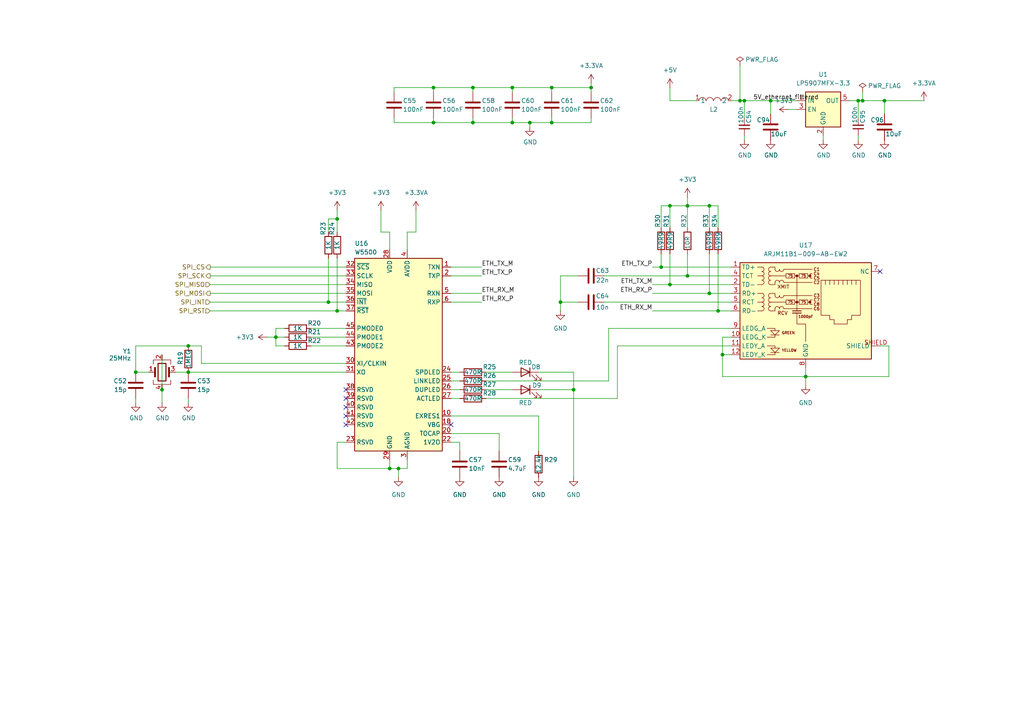
<source format=kicad_sch>
(kicad_sch (version 20250114) (generator "eeschema") (generator_version "9.0")
  (paper "A4")
  (lib_symbols
    (symbol "BigFishImports:BLM18PG121SN1D_C14709"
      (property "Reference" "L" (at 0 5.08 0))
      (property "Value" "BLM18PG121SN1D_C14709" (at 0 -5.08 0))
      (symbol "BLM18PG121SN1D_C14709_0_1"
        (arc (start -2.27 -0.02) (mid -3.28 -0.9427) (end -4.29 -0.02))
        (arc (start -0.11 -0.02) (mid -1.12 -0.9471) (end -2.13 -0.02))
        (arc (start 2.04 -0.02) (mid 1.03 -0.9471) (end 0.02 -0.02))
        (arc (start 4.23 -0.02) (mid 3.22 -0.9471) (end 2.21 -0.02))
        (pin unspecified line (at -5.08 0 0) (length 0.762) (name "1") (number "1"))
        (pin unspecified line (at 5.08 0 180) (length 0.762) (name "2") (number "2"))
      )
    )
    (symbol "Device:C" (pin_numbers (hide yes)) (pin_names (offset 0.254))
      (property "Reference" "C" (at 0.635 2.54 0))
      (property "Value" "C" (at 0.635 -2.54 0))
      (symbol "C_0_1"
        (polyline (pts (xy -2.032 0.762) (xy 2.032 0.762)) (stroke (width 0.508)))
        (polyline (pts (xy -2.032 -0.762) (xy 2.032 -0.762)) (stroke (width 0.508)))
      )
      (symbol "C_1_1"
        (pin passive line (at 0 3.81 270) (length 2.794) (name "~") (number "1"))
        (pin passive line (at 0 -3.81 90) (length 2.794) (name "~") (number "2"))
      )
    )
    (symbol "Device:C_Small" (pin_numbers (hide yes)) (pin_names (offset 0.254) (hide yes))
      (property "Reference" "C" (at 0.254 1.778 0))
      (property "Value" "C_Small" (at 0.254 -2.032 0))
      (symbol "C_Small_0_1"
        (polyline (pts (xy -1.524 0.508) (xy 1.524 0.508)) (stroke (width 0.3048)))
        (polyline (pts (xy -1.524 -0.508) (xy 1.524 -0.508)) (stroke (width 0.3302)))
      )
      (symbol "C_Small_1_1"
        (pin passive line (at 0 2.54 270) (length 2.032) (name "~") (number "1"))
        (pin passive line (at 0 -2.54 90) (length 2.032) (name "~") (number "2"))
      )
    )
    (symbol "Device:Crystal_GND24" (pin_names (offset 1.016) (hide yes))
      (property "Reference" "Y" (at 3.175 5.08 0))
      (property "Value" "Crystal_GND24" (at 3.175 3.175 0))
      (symbol "Crystal_GND24_0_1"
        (polyline (pts (xy -2.54 2.286) (xy -2.54 3.556) (xy 2.54 3.556) (xy 2.54 2.286)))
        (polyline (pts (xy -2.54 0) (xy -2.032 0)))
        (polyline (pts (xy -2.54 -2.286) (xy -2.54 -3.556) (xy 2.54 -3.556) (xy 2.54 -2.286)))
        (polyline (pts (xy -2.032 -1.27) (xy -2.032 1.27)) (stroke (width 0.508)))
        (rectangle (start -1.143 2.54) (end 1.143 -2.54) (stroke (width 0.3048)))
        (polyline (pts (xy 0 3.556) (xy 0 3.81)))
        (polyline (pts (xy 0 -3.81) (xy 0 -3.556)))
        (polyline (pts (xy 2.032 0) (xy 2.54 0)))
        (polyline (pts (xy 2.032 -1.27) (xy 2.032 1.27)) (stroke (width 0.508)))
      )
      (symbol "Crystal_GND24_1_1"
        (pin passive line (at -3.81 0 0) (length 1.27) (name "1") (number "1"))
        (pin passive line (at 0 5.08 270) (length 1.27) (name "2") (number "2"))
        (pin passive line (at 0 -5.08 90) (length 1.27) (name "4") (number "4"))
        (pin passive line (at 3.81 0 180) (length 1.27) (name "3") (number "3"))
      )
    )
    (symbol "Device:LED" (pin_numbers (hide yes)) (pin_names (offset 1.016) (hide yes))
      (property "Reference" "D" (at 0 2.54 0))
      (property "Value" "LED" (at 0 -2.54 0))
      (symbol "LED_0_1"
        (polyline (pts (xy -3.048 -0.762) (xy -4.572 -2.286) (xy -3.81 -2.286) (xy -4.572 -2.286) (xy -4.572 -1.524)))
        (polyline (pts (xy -1.778 -0.762) (xy -3.302 -2.286) (xy -2.54 -2.286) (xy -3.302 -2.286) (xy -3.302 -1.524)))
        (polyline (pts (xy -1.27 0) (xy 1.27 0)))
        (polyline (pts (xy -1.27 -1.27) (xy -1.27 1.27)) (stroke (width 0.254)))
        (polyline (pts (xy 1.27 -1.27) (xy 1.27 1.27) (xy -1.27 0) (xy 1.27 -1.27)) (stroke (width 0.254)))
      )
      (symbol "LED_1_1"
        (pin passive line (at -3.81 0 0) (length 2.54) (name "K") (number "1"))
        (pin passive line (at 3.81 0 180) (length 2.54) (name "A") (number "2"))
      )
    )
    (symbol "Device:R" (pin_numbers (hide yes)) (pin_names (offset 0))
      (property "Reference" "R" (at 2.032 0 90))
      (property "Value" "R" (at 0 0 90))
      (symbol "R_0_1"
        (rectangle (start -1.016 -2.54) (end 1.016 2.54) (stroke (width 0.254)))
      )
      (symbol "R_1_1"
        (pin passive line (at 0 3.81 270) (length 1.27) (name "~") (number "1"))
        (pin passive line (at 0 -3.81 90) (length 1.27) (name "~") (number "2"))
      )
    )
    (symbol "Interface_Ethernet:W5500"
      (property "Reference" "U" (at -11.43 29.21 0))
      (property "Value" "W5500" (at 8.89 29.21 0))
      (symbol "W5500_0_1"
        (rectangle (start -12.7 27.94) (end 12.7 -27.94) (stroke (width 0.254)) (fill (type background)))
      )
      (symbol "W5500_1_1"
        (pin input line (at -15.24 25.4 0) (length 2.54) (name "~{SCS}") (number "32"))
        (pin input line (at -15.24 22.86 0) (length 2.54) (name "SCLK") (number "33"))
        (pin output line (at -15.24 20.32 0) (length 2.54) (name "MISO") (number "34"))
        (pin input line (at -15.24 17.78 0) (length 2.54) (name "MOSI") (number "35"))
        (pin input line (at -15.24 15.24 0) (length 2.54) (name "~{INT}") (number "36"))
        (pin input line (at -15.24 12.7 0) (length 2.54) (name "~{RST}") (number "37"))
        (pin input line (at -15.24 7.62 0) (length 2.54) (name "PMODE0") (number "45"))
        (pin input line (at -15.24 5.08 0) (length 2.54) (name "PMODE1") (number "44"))
        (pin input line (at -15.24 2.54 0) (length 2.54) (name "PMODE2") (number "43"))
        (pin input line (at -15.24 -2.54 0) (length 2.54) (name "XI/CLKIN") (number "30"))
        (pin output line (at -15.24 -5.08 0) (length 2.54) (name "XO") (number "31"))
        (pin input line (at -15.24 -10.16 0) (length 2.54) (name "RSVD") (number "38"))
        (pin input line (at -15.24 -12.7 0) (length 2.54) (name "RSVD") (number "39"))
        (pin input line (at -15.24 -15.24 0) (length 2.54) (name "RSVD") (number "40"))
        (pin input line (at -15.24 -17.78 0) (length 2.54) (name "RSVD") (number "41"))
        (pin input line (at -15.24 -20.32 0) (length 2.54) (name "RSVD") (number "42"))
        (pin input line (at -15.24 -25.4 0) (length 2.54) (name "RSVD") (number "23"))
        (pin power_in line (at -2.54 30.48 270) (length 2.54) (name "VDD") (number "28"))
        (pin power_in line (at -2.54 -30.48 90) (length 2.54) (name "GND") (number "29"))
        (pin passive line (at 2.54 30.48 270) (length 2.54) (hide yes) (name "AVDD") (number "11"))
        (pin passive line (at 2.54 30.48 270) (length 2.54) (hide yes) (name "AVDD") (number "15"))
        (pin passive line (at 2.54 30.48 270) (length 2.54) (hide yes) (name "AVDD") (number "17"))
        (pin passive line (at 2.54 30.48 270) (length 2.54) (hide yes) (name "AVDD") (number "21"))
        (pin power_in line (at 2.54 30.48 270) (length 2.54) (name "AVDD") (number "4"))
        (pin passive line (at 2.54 30.48 270) (length 2.54) (hide yes) (name "AVDD") (number "8"))
        (pin passive line (at 2.54 -30.48 90) (length 2.54) (hide yes) (name "AGND") (number "14"))
        (pin passive line (at 2.54 -30.48 90) (length 2.54) (hide yes) (name "AGND") (number "16"))
        (pin passive line (at 2.54 -30.48 90) (length 2.54) (hide yes) (name "AGND") (number "19"))
        (pin power_in line (at 2.54 -30.48 90) (length 2.54) (name "AGND") (number "3"))
        (pin passive line (at 2.54 -30.48 90) (length 2.54) (hide yes) (name "AGND") (number "48"))
        (pin passive line (at 2.54 -30.48 90) (length 2.54) (hide yes) (name "AGND") (number "9"))
        (pin no_connect line (at 12.7 10.16 180) (length 2.54) (hide yes) (name "DNC") (number "7"))
        (pin no_connect line (at 12.7 7.62 180) (length 2.54) (hide yes) (name "NC") (number "12"))
        (pin no_connect line (at 12.7 5.08 180) (length 2.54) (hide yes) (name "NC") (number "13"))
        (pin no_connect line (at 12.7 2.54 180) (length 2.54) (hide yes) (name "NC") (number "46"))
        (pin no_connect line (at 12.7 0 180) (length 2.54) (hide yes) (name "NC") (number "47"))
        (pin output line (at 15.24 25.4 180) (length 2.54) (name "TXN") (number "1"))
        (pin output line (at 15.24 22.86 180) (length 2.54) (name "TXP") (number "2"))
        (pin input line (at 15.24 17.78 180) (length 2.54) (name "RXN") (number "5"))
        (pin input line (at 15.24 15.24 180) (length 2.54) (name "RXP") (number "6"))
        (pin output line (at 15.24 -5.08 180) (length 2.54) (name "SPDLED") (number "24"))
        (pin output line (at 15.24 -7.62 180) (length 2.54) (name "LINKLED") (number "25"))
        (pin output line (at 15.24 -10.16 180) (length 2.54) (name "DUPLED") (number "26"))
        (pin output line (at 15.24 -12.7 180) (length 2.54) (name "ACTLED") (number "27"))
        (pin passive line (at 15.24 -17.78 180) (length 2.54) (name "EXRES1") (number "10"))
        (pin passive line (at 15.24 -20.32 180) (length 2.54) (name "VBG") (number "18"))
        (pin passive line (at 15.24 -22.86 180) (length 2.54) (name "TOCAP") (number "20"))
        (pin output line (at 15.24 -25.4 180) (length 2.54) (name "1V2O") (number "22"))
      )
    )
    (symbol "MyConnectors:ARJM11B1-009-AB-EW2"
      (property "Reference" "U" (at -2.54 1.27 0))
      (property "Value" "ARJM11B1-009-AB-EW2" (at -2.54 1.27 0))
      (symbol "ARJM11B1-009-AB-EW2_0_0"
        (polyline (pts (xy 7.874 -19.05) (xy 10.16 -19.05) (xy 10.16 -19.685)))
        (polyline (pts (xy 7.874 -24.13) (xy 10.16 -24.13) (xy 10.16 -24.765)))
        (polyline (pts (xy 7.874 -26.67) (xy 10.16 -26.67) (xy 10.16 -26.035)))
        (polyline (pts (xy 8.89 -19.685) (xy 11.43 -19.685) (xy 10.16 -20.955) (xy 8.89 -19.685)))
        (polyline (pts (xy 10.16 -20.955) (xy 10.16 -21.59) (xy 7.874 -21.59)))
        (polyline (pts (xy 11.43 -20.955) (xy 8.89 -20.955)))
        (polyline (pts (xy 11.43 -24.765) (xy 8.89 -24.765) (xy 10.16 -26.035) (xy 11.43 -24.765)))
        (polyline (pts (xy 11.43 -26.035) (xy 8.89 -26.035)))
        (polyline (pts (xy 16.51 -3.81) (xy 16.51 -13.97)))
        (circle (center 16.51 -3.81) (radius 0.254) (stroke (width 0.254)) (fill (type outline)))
        (circle (center 16.51 -11.43) (radius 0.254) (stroke (width 0.254)) (fill (type outline)))
        (polyline (pts (xy 16.51 -14.605) (xy 16.51 -17.78) (xy 19.05 -17.78) (xy 19.05 -22.86)))
        (polyline (pts (xy 17.78 -13.97) (xy 15.24 -13.97)) (stroke (width 0.254)))
        (polyline (pts (xy 17.78 -14.605) (xy 15.24 -14.605)) (stroke (width 0.254)))
        (polyline (pts (xy 20.32 -3.81) (xy 19.685 -3.81)))
        (circle (center 20.32 -3.81) (radius 0.254) (stroke (width 0.254)) (fill (type outline)))
        (polyline (pts (xy 20.32 -11.43) (xy 19.685 -11.43)))
        (circle (center 20.32 -11.43) (radius 0.254) (stroke (width 0.254)) (fill (type outline)))
        (polyline (pts (xy 20.955 -3.175) (xy 20.32 -3.175) (xy 20.32 -4.445) (xy 20.955 -4.445)))
        (polyline (pts (xy 20.955 -10.795) (xy 20.32 -10.795) (xy 20.32 -12.065) (xy 20.955 -12.065)))
        (text "XMIT" (at 10.795 -6.985 0) (effects (font (size 1.016 1.016)) (justify left)))
        (text "RCV" (at 10.795 -14.605 0) (effects (font (size 1.016 1.016)) (justify left)))
        (text "GREEN" (at 12.065 -20.32 0) (effects (font (size 0.762 0.762)) (justify left)))
        (text "YELLOW" (at 12.065 -25.4 0) (effects (font (size 0.762 0.762)) (justify left)))
        (text "75" (at 14.605 -3.81 0) (effects (font (size 0.762 0.762))))
        (text "75" (at 14.605 -11.43 0) (effects (font (size 0.762 0.762))))
        (text "75" (at 18.415 -3.81 0) (effects (font (size 0.762 0.762))))
        (text "75" (at 18.415 -11.43 0) (effects (font (size 0.762 0.762))))
        (text "1000pF" (at 19.05 -15.621 0) (effects (font (size 0.762 0.762))))
        (text "C1" (at 22.225 -1.905 0) (effects (font (size 0.889 0.889))))
        (text "C4" (at 22.225 -3.175 0) (effects (font (size 0.889 0.889))))
        (text "C5" (at 22.225 -4.445 0) (effects (font (size 0.889 0.889))))
        (text "C2" (at 22.225 -5.715 0) (effects (font (size 0.889 0.889))))
        (text "C3" (at 22.225 -9.525 0) (effects (font (size 0.889 0.889))))
        (text "C7" (at 22.225 -10.795 0) (effects (font (size 0.889 0.889))))
        (text "C8" (at 22.225 -12.065 0) (effects (font (size 0.889 0.889))))
        (text "C6" (at 22.225 -13.335 0) (effects (font (size 0.889 0.889))))
      )
      (symbol "ARJM11B1-009-AB-EW2_0_1"
        (rectangle (start 0 -27.94) (end 38.1 0) (stroke (width 0.254)) (fill (type background)))
        (arc (start 6.35 -1.27) (mid 6.982 -1.905) (end 6.35 -2.54))
        (arc (start 6.35 -2.54) (mid 6.982 -3.175) (end 6.35 -3.81))
        (arc (start 6.35 -3.81) (mid 6.982 -4.445) (end 6.35 -5.08))
        (arc (start 6.35 -5.08) (mid 6.982 -5.715) (end 6.35 -6.35))
        (arc (start 6.35 -8.89) (mid 6.982 -9.525) (end 6.35 -10.16))
        (arc (start 6.35 -10.16) (mid 6.982 -10.795) (end 6.35 -11.43))
        (arc (start 6.35 -11.43) (mid 6.982 -12.065) (end 6.35 -12.7))
        (arc (start 6.35 -12.7) (mid 6.982 -13.335) (end 6.35 -13.97))
        (polyline (pts (xy 6.35 -1.27) (xy 5.08 -1.27)))
        (polyline (pts (xy 6.35 -3.81) (xy 5.08 -3.81)))
        (polyline (pts (xy 6.35 -6.35) (xy 5.08 -6.35)))
        (polyline (pts (xy 6.35 -8.89) (xy 5.08 -8.89)))
        (polyline (pts (xy 6.35 -11.43) (xy 5.08 -11.43)))
        (polyline (pts (xy 6.35 -13.97) (xy 5.08 -13.97)))
        (polyline (pts (xy 8.89 -1.27) (xy 10.16 -1.27) (xy 10.16 -1.905)))
        (polyline (pts (xy 8.89 -8.89) (xy 10.16 -8.89) (xy 10.16 -9.525)))
        (arc (start 8.89 -2.54) (mid 8.258 -1.905) (end 8.89 -1.27))
        (arc (start 8.89 -3.81) (mid 8.258 -3.175) (end 8.89 -2.54))
        (arc (start 8.89 -5.08) (mid 8.258 -4.445) (end 8.89 -3.81))
        (arc (start 8.89 -6.35) (mid 8.258 -5.715) (end 8.89 -5.08))
        (arc (start 8.89 -10.16) (mid 8.258 -9.525) (end 8.89 -8.89))
        (arc (start 8.89 -11.43) (mid 8.258 -10.795) (end 8.89 -10.16))
        (arc (start 8.89 -12.7) (mid 8.258 -12.065) (end 8.89 -11.43))
        (arc (start 8.89 -13.97) (mid 8.258 -13.335) (end 8.89 -12.7))
        (polyline (pts (xy 10.16 -5.715) (xy 10.16 -6.35) (xy 8.89 -6.35)))
        (polyline (pts (xy 10.16 -13.335) (xy 10.16 -13.97) (xy 8.89 -13.97)))
        (arc (start 11.43 -1.905) (mid 10.795 -2.5373) (end 10.16 -1.905))
        (arc (start 10.16 -5.715) (mid 10.795 -5.0827) (end 11.43 -5.715))
        (arc (start 11.43 -9.525) (mid 10.795 -10.1573) (end 10.16 -9.525))
        (arc (start 10.16 -13.335) (mid 10.795 -12.7027) (end 11.43 -13.335))
        (arc (start 12.7 -1.905) (mid 12.065 -2.5373) (end 11.43 -1.905))
        (arc (start 11.43 -5.715) (mid 12.065 -5.0827) (end 12.7 -5.715))
        (arc (start 12.7 -9.525) (mid 12.065 -10.1573) (end 11.43 -9.525))
        (arc (start 11.43 -13.335) (mid 12.065 -12.7027) (end 12.7 -13.335))
        (polyline (pts (xy 12.7 -1.905) (xy 20.955 -1.905)))
        (polyline (pts (xy 12.7 -5.715) (xy 20.955 -5.715)))
        (polyline (pts (xy 12.7 -9.525) (xy 20.955 -9.525)))
        (polyline (pts (xy 12.7 -13.335) (xy 20.955 -13.335)))
        (rectangle (start 13.335 -3.175) (end 15.875 -4.445))
        (polyline (pts (xy 13.335 -3.81) (xy 8.89 -3.81)))
        (rectangle (start 13.335 -10.795) (end 15.875 -12.065))
        (polyline (pts (xy 13.335 -11.43) (xy 8.89 -11.43)))
        (polyline (pts (xy 15.875 -3.81) (xy 17.145 -3.81)))
        (polyline (pts (xy 15.875 -11.43) (xy 17.145 -11.43)))
        (rectangle (start 17.145 -3.175) (end 19.685 -4.445))
        (rectangle (start 17.145 -10.795) (end 19.685 -12.065))
        (polyline (pts (xy 23.495 -5.08) (xy 34.925 -5.08) (xy 34.925 -15.24) (xy 32.385 -15.24) (xy 32.385 -16.51) (xy 31.115 -16.51) (xy 31.115 -17.78) (xy 27.305 -17.78) (xy 27.305 -16.51) (xy 26.035 -16.51) (xy 26.035 -15.24) (xy 23.495 -15.24) (xy 23.495 -5.08)))
        (polyline (pts (xy 24.765 -6.35) (xy 24.765 -5.08)))
        (polyline (pts (xy 26.035 -5.08) (xy 26.035 -6.35)))
        (polyline (pts (xy 27.305 -5.08) (xy 27.305 -6.35)))
        (polyline (pts (xy 28.575 -5.08) (xy 28.575 -6.35)))
        (polyline (pts (xy 29.845 -5.08) (xy 29.845 -6.35)))
        (polyline (pts (xy 31.115 -5.08) (xy 31.115 -6.35)))
        (polyline (pts (xy 32.385 -6.35) (xy 32.385 -5.08)))
        (polyline (pts (xy 33.655 -6.35) (xy 33.655 -5.08)))
      )
      (symbol "ARJM11B1-009-AB-EW2_1_1"
        (pin input line (at -2.54 -1.27 0) (length 2.54) (name "TD+") (number "1"))
        (pin input line (at -2.54 -3.81 0) (length 2.54) (name "TCT") (number "4"))
        (pin input line (at -2.54 -6.35 0) (length 2.54) (name "TD-") (number "2"))
        (pin input line (at -2.54 -8.89 0) (length 2.54) (name "RD+") (number "3"))
        (pin input line (at -2.54 -11.43 0) (length 2.54) (name "RCT") (number "5"))
        (pin input line (at -2.54 -13.97 0) (length 2.54) (name "RD-") (number "6"))
        (pin input line (at -2.54 -19.05 0) (length 2.54) (name "LEDG_A") (number "9"))
        (pin input line (at -2.54 -21.59 0) (length 2.54) (name "LEDG_K") (number "10"))
        (pin input line (at -2.54 -24.13 0) (length 2.54) (name "LEDY_A") (number "11"))
        (pin input line (at -2.54 -26.67 0) (length 2.54) (name "LEDY_K") (number "12"))
        (pin input line (at 19.05 -30.48 90) (length 2.54) (name "GND") (number "8"))
        (pin no_connect line (at 24.13 -19.05 0) (length 0) (hide yes) (name "NC") (number "7"))
        (pin input line (at 40.64 -2.54 180) (length 2.54) (name "NC") (number "7"))
        (pin input line (at 40.64 -24.13 180) (length 2.54) (name "SHIELD") (number "SHIELD"))
      )
    )
    (symbol "Regulator_Linear:LP5907MFX-3.3"
      (property "Reference" "U" (at -3.81 6.35 0))
      (property "Value" "LP5907MFX-3.3" (at 6.35 6.35 0))
      (symbol "LP5907MFX-3.3_0_1"
        (rectangle (start -5.08 -5.08) (end 5.08 5.08) (stroke (width 0.254)) (fill (type background)))
        (pin power_in line (at -7.62 2.54 0) (length 2.54) (name "IN") (number "1"))
        (pin input line (at -7.62 0 0) (length 2.54) (name "EN") (number "3"))
        (pin power_in line (at 0 -7.62 90) (length 2.54) (name "GND") (number "2"))
        (pin no_connect line (at 5.08 0 180) (length 2.54) (hide yes) (name "NC") (number "4"))
        (pin power_out line (at 7.62 2.54 180) (length 2.54) (name "OUT") (number "5"))
      )
    )
    (symbol "power:+3.3VA" (power) (pin_numbers (hide yes)) (pin_names (offset 0) (hide yes))
      (property "Value" "+3.3VA" (at 0 3.556 0))
      (symbol "+3.3VA_0_1"
        (polyline (pts (xy -0.762 1.27) (xy 0 2.54)))
        (polyline (pts (xy 0 2.54) (xy 0.762 1.27)))
        (polyline (pts (xy 0 0) (xy 0 2.54)))
      )
      (symbol "+3.3VA_1_1"
        (pin power_in line (at 0 0 90) (length 0) (name "~") (number "1"))
      )
    )
    (symbol "power:+3V3" (power) (pin_numbers (hide yes)) (pin_names (offset 0) (hide yes))
      (property "Value" "+3V3" (at 0 3.556 0))
      (symbol "+3V3_0_1"
        (polyline (pts (xy -0.762 1.27) (xy 0 2.54)))
        (polyline (pts (xy 0 2.54) (xy 0.762 1.27)))
        (polyline (pts (xy 0 0) (xy 0 2.54)))
      )
      (symbol "+3V3_1_1"
        (pin power_in line (at 0 0 90) (length 0) (name "~") (number "1"))
      )
    )
    (symbol "power:+5V" (power) (pin_numbers (hide yes)) (pin_names (offset 0) (hide yes))
      (property "Value" "+5V" (at 0 3.556 0))
      (symbol "+5V_0_1"
        (polyline (pts (xy -0.762 1.27) (xy 0 2.54)))
        (polyline (pts (xy 0 2.54) (xy 0.762 1.27)))
        (polyline (pts (xy 0 0) (xy 0 2.54)))
      )
      (symbol "+5V_1_1"
        (pin power_in line (at 0 0 90) (length 0) (name "~") (number "1"))
      )
    )
    (symbol "power:GND" (power) (pin_numbers (hide yes)) (pin_names (offset 0) (hide yes))
      (property "Value" "GND" (at 0 -3.81 0))
      (symbol "GND_0_1"
        (polyline (pts (xy 0 0) (xy 0 -1.27) (xy 1.27 -1.27) (xy 0 -2.54) (xy -1.27 -1.27) (xy 0 -1.27)))
      )
      (symbol "GND_1_1"
        (pin power_in line (at 0 0 270) (length 0) (name "~") (number "1"))
      )
    )
    (symbol "power:PWR_FLAG" (power) (pin_numbers (hide yes)) (pin_names (offset 0) (hide yes))
      (property "Value" "PWR_FLAG" (at 0 3.81 0))
      (symbol "PWR_FLAG_0_0"
        (pin power_out line (at 0 0 90) (length 0) (name "pwr") (number "1"))
      )
      (symbol "PWR_FLAG_0_1"
        (polyline (pts (xy 0 0) (xy 0 1.27) (xy -1.016 1.905) (xy 0 2.54) (xy 1.016 1.905) (xy 0 1.27)))
      )
    )
  )
  (junction (at 194.31 59.69))
  (junction (at 115.57 135.89))
  (junction (at 223.52 29.21))
  (junction (at 166.37 113.03))
  (junction (at 39.37 107.95))
  (junction (at 148.59 25.4))
  (junction (at 194.31 82.55))
  (junction (at 233.68 109.22))
  (junction (at 199.39 59.69))
  (junction (at 125.73 25.4))
  (junction (at 171.45 25.4))
  (junction (at 250.19 29.21))
  (junction (at 162.56 87.63))
  (junction (at 97.79 90.17))
  (junction (at 125.73 35.56))
  (junction (at 205.74 85.09))
  (junction (at 113.03 135.89))
  (junction (at 215.9 29.21))
  (junction (at 80.01 97.79))
  (junction (at 137.16 25.4))
  (junction (at 199.39 80.01))
  (junction (at 160.02 35.56))
  (junction (at 148.59 35.56))
  (junction (at 160.02 25.4))
  (junction (at 205.74 59.69))
  (junction (at 97.79 63.5))
  (junction (at 256.54 29.21))
  (junction (at 46.99 113.03))
  (junction (at 214.63 29.21))
  (junction (at 137.16 35.56))
  (junction (at 153.67 35.56))
  (junction (at 95.25 87.63))
  (junction (at 248.92 29.21))
  (junction (at 209.55 102.87))
  (junction (at 191.77 77.47))
  (junction (at 54.61 107.95))
  (junction (at 208.28 90.17))
  (junction (at 54.61 100.33))
  (no_connect (at 100.33 123.19))
  (no_connect (at 100.33 113.03))
  (no_connect (at 100.33 120.65))
  (no_connect (at 255.27 78.74))
  (no_connect (at 100.33 118.11))
  (no_connect (at 100.33 115.57))
  (no_connect (at 130.81 123.19))
  (wire (pts (xy 228.6 31.75) (xy 231.14 31.75)))
  (wire (pts (xy 118.11 133.35) (xy 118.11 135.89)))
  (wire (pts (xy 162.56 87.63) (xy 167.64 87.63)))
  (wire (pts (xy 60.96 80.01) (xy 100.33 80.01)))
  (wire (pts (xy 97.79 63.5) (xy 97.79 67.31)))
  (wire (pts (xy 238.76 40.64) (xy 238.76 39.37)))
  (wire (pts (xy 214.63 19.05) (xy 214.63 29.21)))
  (wire (pts (xy 115.57 135.89) (xy 115.57 138.43)))
  (wire (pts (xy 137.16 25.4) (xy 137.16 26.67)))
  (wire (pts (xy 95.25 74.93) (xy 95.25 87.63)))
  (wire (pts (xy 212.09 102.87) (xy 209.55 102.87)))
  (wire (pts (xy 194.31 59.69) (xy 194.31 66.04)))
  (wire (pts (xy 156.21 120.65) (xy 156.21 130.81)))
  (wire (pts (xy 137.16 35.56) (xy 148.59 35.56)))
  (wire (pts (xy 60.96 85.09) (xy 100.33 85.09)))
  (wire (pts (xy 199.39 80.01) (xy 199.39 73.66)))
  (wire (pts (xy 140.97 107.95) (xy 148.59 107.95)))
  (wire (pts (xy 153.67 35.56) (xy 153.67 36.83)))
  (wire (pts (xy 208.28 59.69) (xy 208.28 66.04)))
  (wire (pts (xy 114.3 35.56) (xy 125.73 35.56)))
  (wire (pts (xy 256.54 29.21) (xy 267.97 29.21)))
  (wire (pts (xy 194.31 73.66) (xy 194.31 82.55)))
  (wire (pts (xy 191.77 73.66) (xy 191.77 77.47)))
  (wire (pts (xy 46.99 102.87) (xy 46.99 113.03)))
  (wire (pts (xy 148.59 25.4) (xy 148.59 26.67)))
  (wire (pts (xy 144.78 125.73) (xy 130.81 125.73)))
  (wire (pts (xy 90.17 100.33) (xy 100.33 100.33)))
  (wire (pts (xy 125.73 25.4) (xy 125.73 26.67)))
  (wire (pts (xy 255.27 100.33) (xy 257.81 100.33)))
  (wire (pts (xy 97.79 135.89) (xy 113.03 135.89)))
  (wire (pts (xy 97.79 74.93) (xy 97.79 90.17)))
  (wire (pts (xy 82.55 95.25) (xy 80.01 95.25)))
  (wire (pts (xy 148.59 25.4) (xy 160.02 25.4)))
  (wire (pts (xy 120.65 67.31) (xy 118.11 67.31)))
  (wire (pts (xy 189.23 85.09) (xy 205.74 85.09)))
  (wire (pts (xy 160.02 34.29) (xy 160.02 35.56)))
  (wire (pts (xy 215.9 39.37) (xy 215.9 40.64)))
  (wire (pts (xy 162.56 80.01) (xy 162.56 87.63)))
  (wire (pts (xy 160.02 25.4) (xy 160.02 26.67)))
  (wire (pts (xy 208.28 90.17) (xy 212.09 90.17)))
  (wire (pts (xy 97.79 128.27) (xy 97.79 135.89)))
  (wire (pts (xy 250.19 26.67) (xy 250.19 29.21)))
  (wire (pts (xy 166.37 113.03) (xy 156.21 113.03)))
  (wire (pts (xy 90.17 95.25) (xy 100.33 95.25)))
  (wire (pts (xy 194.31 29.21) (xy 201.93 29.21)))
  (wire (pts (xy 248.92 29.21) (xy 250.19 29.21)))
  (wire (pts (xy 212.09 80.01) (xy 199.39 80.01)))
  (wire (pts (xy 60.96 82.55) (xy 100.33 82.55)))
  (wire (pts (xy 199.39 57.15) (xy 199.39 59.69)))
  (wire (pts (xy 97.79 60.96) (xy 97.79 63.5)))
  (wire (pts (xy 194.31 59.69) (xy 199.39 59.69)))
  (wire (pts (xy 189.23 90.17) (xy 208.28 90.17)))
  (wire (pts (xy 113.03 67.31) (xy 113.03 72.39)))
  (wire (pts (xy 125.73 34.29) (xy 125.73 35.56)))
  (wire (pts (xy 248.92 39.37) (xy 248.92 40.64)))
  (wire (pts (xy 209.55 102.87) (xy 209.55 109.22)))
  (wire (pts (xy 171.45 24.13) (xy 171.45 25.4)))
  (wire (pts (xy 189.23 77.47) (xy 191.77 77.47)))
  (wire (pts (xy 191.77 59.69) (xy 191.77 66.04)))
  (wire (pts (xy 95.25 63.5) (xy 97.79 63.5)))
  (wire (pts (xy 214.63 29.21) (xy 215.9 29.21)))
  (wire (pts (xy 194.31 82.55) (xy 212.09 82.55)))
  (wire (pts (xy 90.17 97.79) (xy 100.33 97.79)))
  (wire (pts (xy 80.01 95.25) (xy 80.01 97.79)))
  (wire (pts (xy 162.56 90.17) (xy 162.56 87.63)))
  (wire (pts (xy 133.35 128.27) (xy 133.35 130.81)))
  (wire (pts (xy 82.55 100.33) (xy 80.01 100.33)))
  (wire (pts (xy 148.59 34.29) (xy 148.59 35.56)))
  (wire (pts (xy 39.37 100.33) (xy 39.37 107.95)))
  (wire (pts (xy 257.81 100.33) (xy 257.81 109.22)))
  (wire (pts (xy 166.37 113.03) (xy 166.37 138.43)))
  (wire (pts (xy 58.42 105.41) (xy 58.42 100.33)))
  (wire (pts (xy 39.37 116.84) (xy 39.37 115.57)))
  (wire (pts (xy 223.52 33.02) (xy 223.52 29.21)))
  (wire (pts (xy 160.02 25.4) (xy 171.45 25.4)))
  (wire (pts (xy 137.16 34.29) (xy 137.16 35.56)))
  (wire (pts (xy 257.81 109.22) (xy 233.68 109.22)))
  (wire (pts (xy 39.37 107.95) (xy 43.18 107.95)))
  (wire (pts (xy 133.35 115.57) (xy 130.81 115.57)))
  (wire (pts (xy 77.47 97.79) (xy 80.01 97.79)))
  (wire (pts (xy 156.21 107.95) (xy 166.37 107.95)))
  (wire (pts (xy 215.9 29.21) (xy 223.52 29.21)))
  (wire (pts (xy 110.49 60.96) (xy 110.49 67.31)))
  (wire (pts (xy 223.52 29.21) (xy 231.14 29.21)))
  (wire (pts (xy 60.96 77.47) (xy 100.33 77.47)))
  (wire (pts (xy 95.25 87.63) (xy 100.33 87.63)))
  (wire (pts (xy 50.8 107.95) (xy 54.61 107.95)))
  (wire (pts (xy 212.09 29.21) (xy 214.63 29.21)))
  (wire (pts (xy 176.53 95.25) (xy 212.09 95.25)))
  (wire (pts (xy 133.35 113.03) (xy 130.81 113.03)))
  (wire (pts (xy 248.92 34.29) (xy 248.92 29.21)))
  (wire (pts (xy 133.35 110.49) (xy 130.81 110.49)))
  (wire (pts (xy 191.77 77.47) (xy 212.09 77.47)))
  (wire (pts (xy 179.07 100.33) (xy 212.09 100.33)))
  (wire (pts (xy 175.26 87.63) (xy 212.09 87.63)))
  (wire (pts (xy 175.26 80.01) (xy 199.39 80.01)))
  (wire (pts (xy 140.97 110.49) (xy 176.53 110.49)))
  (wire (pts (xy 166.37 107.95) (xy 166.37 113.03)))
  (wire (pts (xy 97.79 90.17) (xy 100.33 90.17)))
  (wire (pts (xy 205.74 59.69) (xy 199.39 59.69)))
  (wire (pts (xy 194.31 25.4) (xy 194.31 29.21)))
  (wire (pts (xy 113.03 133.35) (xy 113.03 135.89)))
  (wire (pts (xy 125.73 35.56) (xy 137.16 35.56)))
  (wire (pts (xy 54.61 100.33) (xy 39.37 100.33)))
  (wire (pts (xy 130.81 80.01) (xy 139.7 80.01)))
  (wire (pts (xy 114.3 34.29) (xy 114.3 35.56)))
  (wire (pts (xy 191.77 59.69) (xy 194.31 59.69)))
  (wire (pts (xy 167.64 80.01) (xy 162.56 80.01)))
  (wire (pts (xy 113.03 135.89) (xy 115.57 135.89)))
  (wire (pts (xy 205.74 85.09) (xy 212.09 85.09)))
  (wire (pts (xy 140.97 113.03) (xy 148.59 113.03)))
  (wire (pts (xy 208.28 59.69) (xy 205.74 59.69)))
  (wire (pts (xy 95.25 67.31) (xy 95.25 63.5)))
  (wire (pts (xy 114.3 26.67) (xy 114.3 25.4)))
  (wire (pts (xy 256.54 33.02) (xy 256.54 29.21)))
  (wire (pts (xy 171.45 34.29) (xy 171.45 35.56)))
  (wire (pts (xy 179.07 115.57) (xy 179.07 100.33)))
  (wire (pts (xy 215.9 34.29) (xy 215.9 29.21)))
  (wire (pts (xy 144.78 130.81) (xy 144.78 125.73)))
  (wire (pts (xy 130.81 85.09) (xy 139.7 85.09)))
  (wire (pts (xy 176.53 110.49) (xy 176.53 95.25)))
  (wire (pts (xy 110.49 67.31) (xy 113.03 67.31)))
  (wire (pts (xy 118.11 135.89) (xy 115.57 135.89)))
  (wire (pts (xy 208.28 73.66) (xy 208.28 90.17)))
  (wire (pts (xy 114.3 25.4) (xy 125.73 25.4)))
  (wire (pts (xy 54.61 116.84) (xy 54.61 115.57)))
  (wire (pts (xy 120.65 60.96) (xy 120.65 67.31)))
  (wire (pts (xy 54.61 107.95) (xy 100.33 107.95)))
  (wire (pts (xy 58.42 105.41) (xy 100.33 105.41)))
  (wire (pts (xy 60.96 90.17) (xy 97.79 90.17)))
  (wire (pts (xy 58.42 100.33) (xy 54.61 100.33)))
  (wire (pts (xy 233.68 109.22) (xy 233.68 106.68)))
  (wire (pts (xy 133.35 107.95) (xy 130.81 107.95)))
  (wire (pts (xy 205.74 73.66) (xy 205.74 85.09)))
  (wire (pts (xy 80.01 97.79) (xy 82.55 97.79)))
  (wire (pts (xy 148.59 35.56) (xy 153.67 35.56)))
  (wire (pts (xy 125.73 25.4) (xy 137.16 25.4)))
  (wire (pts (xy 209.55 109.22) (xy 233.68 109.22)))
  (wire (pts (xy 60.96 87.63) (xy 95.25 87.63)))
  (wire (pts (xy 130.81 128.27) (xy 133.35 128.27)))
  (wire (pts (xy 250.19 29.21) (xy 256.54 29.21)))
  (wire (pts (xy 130.81 87.63) (xy 139.7 87.63)))
  (wire (pts (xy 199.39 59.69) (xy 199.39 66.04)))
  (wire (pts (xy 46.99 113.03) (xy 46.99 116.84)))
  (wire (pts (xy 205.74 59.69) (xy 205.74 66.04)))
  (wire (pts (xy 212.09 97.79) (xy 209.55 97.79)))
  (wire (pts (xy 160.02 35.56) (xy 171.45 35.56)))
  (wire (pts (xy 246.38 29.21) (xy 248.92 29.21)))
  (wire (pts (xy 130.81 120.65) (xy 156.21 120.65)))
  (wire (pts (xy 118.11 67.31) (xy 118.11 72.39)))
  (wire (pts (xy 100.33 128.27) (xy 97.79 128.27)))
  (wire (pts (xy 171.45 25.4) (xy 171.45 26.67)))
  (wire (pts (xy 233.68 111.76) (xy 233.68 109.22)))
  (wire (pts (xy 80.01 100.33) (xy 80.01 97.79)))
  (wire (pts (xy 153.67 35.56) (xy 160.02 35.56)))
  (wire (pts (xy 140.97 115.57) (xy 179.07 115.57)))
  (wire (pts (xy 130.81 77.47) (xy 139.7 77.47)))
  (wire (pts (xy 137.16 25.4) (xy 148.59 25.4)))
  (wire (pts (xy 209.55 97.79) (xy 209.55 102.87)))
  (wire (pts (xy 189.23 82.55) (xy 194.31 82.55)))
  (label "ETH_TX_M" (at 189.23 82.55 180))
  (label "ETH_TX_M" (at 139.7 77.47 0))
  (label "ETH_RX_P" (at 189.23 85.09 180))
  (label "ETH_TX_P" (at 189.23 77.47 180))
  (label "ETH_TX_P" (at 139.7 80.01 0))
  (label "ETH_RX_M" (at 189.23 90.17 180))
  (label "5V_ethernet_filtered" (at 218.44 29.21 0))
  (label "ETH_RX_M" (at 139.7 85.09 0))
  (label "ETH_RX_P" (at 139.7 87.63 0))
  (hierarchical_label "SPI_SCK" (shape output) (at 60.96 80.01 180))
  (hierarchical_label "SPI_MISO" (shape input) (at 60.96 82.55 180))
  (hierarchical_label "SPI_INT" (shape input) (at 60.96 87.63 180))
  (hierarchical_label "SPI_CS" (shape output) (at 60.96 77.47 180))
  (hierarchical_label "SPI_RST" (shape input) (at 60.96 90.17 180))
  (hierarchical_label "SPI_MOSI" (shape output) (at 60.96 85.09 180))
  (symbol (lib_id "Device:R") (at 137.16 110.49 90) (mirror x) (unit 1)
    (property "Reference" "R26" (at 141.986 108.966 90))
    (property "Value" "470R" (at 137.16 110.49 90))
    (property "Footprint" "Resistor_SMD:R_0402_1005Metric" (effects (hide yes)))
    (property "Description" "Resistor" (effects (hide yes)))
  )
  (symbol (lib_id "Device:C") (at 160.02 30.48 0) (unit 1)
    (property "Reference" "C61" (at 162.56 29.21 0) (effects (justify left)))
    (property "Value" "100nF" (at 162.56 31.75 0) (effects (justify left)))
    (property "Footprint" "Capacitor_SMD:C_0402_1005Metric" (effects (hide yes)))
    (property "Description" "Unpolarized capacitor" (effects (hide yes)))
  )
  (symbol (lib_id "Device:C") (at 39.37 111.76 0) (mirror y) (unit 1)
    (property "Reference" "C52" (at 36.83 110.49 0) (effects (justify left)))
    (property "Value" "15p" (at 36.83 113.03 0) (effects (justify left)))
    (property "Footprint" "Capacitor_SMD:C_0402_1005Metric" (effects (hide yes)))
    (property "Description" "Unpolarized capacitor" (effects (hide yes)))
  )
  (symbol (lib_id "power:GND") (at 248.92 40.64 0) (unit 1)
    (property "Reference" "#PWR0176" (effects (hide yes)))
    (property "Value" "GND" (at 249.047 45.0342 0))
  )
  (symbol (lib_id "power:+3V3") (at 77.47 97.79 90) (unit 1)
    (property "Reference" "#PWR0116" (effects (hide yes)))
    (property "Value" "+3V3" (at 73.66 97.7899 90) (effects (justify left)))
    (property "Description" "Power symbol creates a global label with name \"+3V3\"" (effects (hide yes)))
  )
  (symbol (lib_id "power:GND") (at 156.21 138.43 0) (unit 1)
    (property "Reference" "#PWR0125" (effects (hide yes)))
    (property "Value" "GND" (at 156.21 143.51 0))
    (property "Description" "Power symbol creates a global label with name \"GND\" , ground" (effects (hide yes)))
  )
  (symbol (lib_id "Device:C") (at 133.35 134.62 0) (unit 1)
    (property "Reference" "C57" (at 135.89 133.35 0) (effects (justify left)))
    (property "Value" "10nF" (at 135.89 135.89 0) (effects (justify left)))
    (property "Footprint" "Capacitor_SMD:C_0402_1005Metric" (effects (hide yes)))
    (property "Description" "Unpolarized capacitor" (effects (hide yes)))
  )
  (symbol (lib_id "Device:LED") (at 152.4 107.95 0) (mirror y) (unit 1)
    (property "Reference" "D8" (at 155.448 106.426 0))
    (property "Value" "RED" (at 152.4 105.156 0))
    (property "Footprint" "LED_SMD:LED_0603_1608Metric" (effects (hide yes)))
    (property "Description" "Light emitting diode" (effects (hide yes)))
    (property "Sim.Pins" "1=K 2=A" (effects (hide yes)))
  )
  (symbol (lib_id "Device:R") (at 208.28 69.85 0) (unit 1)
    (property "Reference" "R34" (at 207.264 66.04 90) (effects (justify left)))
    (property "Value" "49R9" (at 208.28 72.39 90) (effects (justify left)))
    (property "Footprint" "Resistor_SMD:R_0402_1005Metric" (effects (hide yes)))
    (property "Description" "Resistor" (effects (hide yes)))
  )
  (symbol (lib_id "power:GND") (at 162.56 90.17 0) (unit 1)
    (property "Reference" "#PWR0126" (effects (hide yes)))
    (property "Value" "GND" (at 162.56 95.25 0))
    (property "Description" "Power symbol creates a global label with name \"GND\" , ground" (effects (hide yes)))
  )
  (symbol (lib_id "power:+3V3") (at 228.6 31.75 90) (unit 1)
    (property "Reference" "#PWR0155" (effects (hide yes)))
    (property "Value" "+3V3" (at 227.33 29.21 90))
    (property "Description" "Power symbol creates a global label with name \"+3V3\"" (effects (hide yes)))
  )
  (symbol (lib_id "power:GND") (at 46.99 116.84 0) (unit 1)
    (property "Reference" "#PWR0114" (effects (hide yes)))
    (property "Value" "GND" (at 47.117 121.2342 0))
  )
  (symbol (lib_id "power:+3V3") (at 199.39 57.15 0) (unit 1)
    (property "Reference" "#PWR0117" (effects (hide yes)))
    (property "Value" "+3V3" (at 199.39 52.07 0))
    (property "Description" "Power symbol creates a global label with name \"+3V3\"" (effects (hide yes)))
  )
  (symbol (lib_id "Device:R") (at 137.16 107.95 90) (mirror x) (unit 1)
    (property "Reference" "R25" (at 141.986 106.426 90))
    (property "Value" "470R" (at 137.16 107.95 90))
    (property "Footprint" "Resistor_SMD:R_0402_1005Metric" (effects (hide yes)))
    (property "Description" "Resistor" (effects (hide yes)))
  )
  (symbol (lib_id "power:GND") (at 166.37 138.43 0) (unit 1)
    (property "Reference" "#PWR0127" (effects (hide yes)))
    (property "Value" "GND" (at 166.37 143.51 0))
    (property "Description" "Power symbol creates a global label with name \"GND\" , ground" (effects (hide yes)))
  )
  (symbol (lib_id "power:+3.3VA") (at 171.45 24.13 0) (unit 1)
    (property "Reference" "#PWR0128" (effects (hide yes)))
    (property "Value" "+3.3VA" (at 171.45 19.05 0))
    (property "Description" "Power symbol creates a global label with name \"+3.3VA\"" (effects (hide yes)))
  )
  (symbol (lib_id "power:GND") (at 215.9 40.64 0) (unit 1)
    (property "Reference" "#PWR0178" (effects (hide yes)))
    (property "Value" "GND" (at 216.027 45.0342 0))
  )
  (symbol (lib_id "Device:R") (at 156.21 134.62 0) (mirror y) (unit 1)
    (property "Reference" "R29" (at 159.766 133.35 0))
    (property "Value" "12.4k" (at 156.21 134.62 90))
    (property "Footprint" "Resistor_SMD:R_0402_1005Metric" (effects (hide yes)))
    (property "Description" "Resistor" (effects (hide yes)))
  )
  (symbol (lib_id "power:GND") (at 144.78 138.43 0) (unit 1)
    (property "Reference" "#PWR0124" (effects (hide yes)))
    (property "Value" "GND" (at 144.78 143.51 0))
    (property "Description" "Power symbol creates a global label with name \"GND\" , ground" (effects (hide yes)))
  )
  (symbol (lib_id "Device:R") (at 199.39 69.85 0) (unit 1)
    (property "Reference" "R32" (at 198.374 66.04 90) (effects (justify left)))
    (property "Value" "10R" (at 199.39 72.39 90) (effects (justify left)))
    (property "Footprint" "Resistor_SMD:R_0402_1005Metric" (effects (hide yes)))
    (property "Description" "Resistor" (effects (hide yes)))
  )
  (symbol (lib_id "Device:R") (at 137.16 113.03 90) (mirror x) (unit 1)
    (property "Reference" "R27" (at 141.986 111.506 90))
    (property "Value" "470R" (at 137.16 113.03 90))
    (property "Footprint" "Resistor_SMD:R_0402_1005Metric" (effects (hide yes)))
    (property "Description" "Resistor" (effects (hide yes)))
  )
  (symbol (lib_id "Device:R") (at 194.31 69.85 0) (unit 1)
    (property "Reference" "R31" (at 193.294 66.04 90) (effects (justify left)))
    (property "Value" "49R9" (at 194.31 72.39 90) (effects (justify left)))
    (property "Footprint" "Resistor_SMD:R_0402_1005Metric" (effects (hide yes)))
    (property "Description" "Resistor" (effects (hide yes)))
  )
  (symbol (lib_id "power:PWR_FLAG") (at 214.63 19.05 0) (unit 1)
    (property "Reference" "#FLG0102" (effects (hide yes)))
    (property "Value" "PWR_FLAG" (at 220.98 17.272 0))
  )
  (symbol (lib_id "Device:C") (at 171.45 30.48 0) (unit 1)
    (property "Reference" "C62" (at 173.99 29.21 0) (effects (justify left)))
    (property "Value" "100nF" (at 173.99 31.75 0) (effects (justify left)))
    (property "Footprint" "Capacitor_SMD:C_0402_1005Metric" (effects (hide yes)))
    (property "Description" "Unpolarized capacitor" (effects (hide yes)))
  )
  (symbol (lib_id "Device:C_Small") (at 215.9 36.83 180) (unit 1)
    (property "Reference" "C54" (at 217.17 35.814 90) (effects (justify right)))
    (property "Value" "100n" (at 214.884 35.814 90) (effects (justify right)))
    (property "Footprint" "Capacitor_SMD:C_0402_1005Metric" (effects (hide yes)))
  )
  (symbol (lib_id "Regulator_Linear:LP5907MFX-3.3") (at 238.76 31.75 0) (unit 1)
    (property "Reference" "U1" (at 238.76 21.59 0))
    (property "Value" "LP5907MFX-3.3" (at 238.76 24.13 0))
    (property "Footprint" "Package_TO_SOT_SMD:SOT-23-5" (effects (hide yes)))
    (property "Datasheet" "http://www.ti.com/lit/ds/symlink/lp5907.pdf" (effects (hide yes)))
    (property "Description" "250-mA Ultra-Low-Noise Low-IQ LDO, 3.3V, SOT-23" (effects (hide yes)))
  )
  (symbol (lib_id "power:GND") (at 54.61 116.84 0) (unit 1)
    (property "Reference" "#PWR0115" (effects (hide yes)))
    (property "Value" "GND" (at 54.737 121.2342 0))
  )
  (symbol (lib_id "BigFishImports:BLM18PG121SN1D_C14709") (at 207.01 29.21 0) (mirror x) (unit 1)
    (property "Reference" "L2" (at 207.01 31.75 0))
    (property "Value" "BLM18PG121SN1D_C14709" (effects (hide yes)))
    (property "Footprint" "BigFishImports:L0603" (effects (hide yes)))
    (property "Datasheet" "https://lcsc.com/product-detail/Ferrite-Beads-And-Chips_MuRata_BLM18PG121SN1D_120R-25-at100MHz_C14709.html" (effects (hide yes)))
    (property "LCSC Part" "C14709" (effects (hide yes)))
  )
  (symbol (lib_id "power:GND") (at 39.37 116.84 0) (unit 1)
    (property "Reference" "#PWR0113" (effects (hide yes)))
    (property "Value" "GND" (at 39.497 121.2342 0))
  )
  (symbol (lib_id "Device:C") (at 114.3 30.48 0) (unit 1)
    (property "Reference" "C55" (at 116.84 29.21 0) (effects (justify left)))
    (property "Value" "100nF" (at 116.84 31.75 0) (effects (justify left)))
    (property "Footprint" "Capacitor_SMD:C_0402_1005Metric" (effects (hide yes)))
    (property "Description" "Unpolarized capacitor" (effects (hide yes)))
  )
  (symbol (lib_id "Device:C_Small") (at 248.92 36.83 180) (unit 1)
    (property "Reference" "C95" (at 250.19 35.814 90) (effects (justify right)))
    (property "Value" "100n" (at 247.904 35.814 90) (effects (justify right)))
    (property "Footprint" "Capacitor_SMD:C_0402_1005Metric" (effects (hide yes)))
  )
  (symbol (lib_id "Device:C") (at 171.45 80.01 90) (unit 1)
    (property "Reference" "C63" (at 174.752 78.486 90))
    (property "Value" "22n" (at 174.752 81.28 90))
    (property "Footprint" "Capacitor_SMD:C_0402_1005Metric" (effects (hide yes)))
    (property "Description" "Unpolarized capacitor" (effects (hide yes)))
  )
  (symbol (lib_id "Device:R") (at 191.77 69.85 0) (unit 1)
    (property "Reference" "R30" (at 190.754 66.04 90) (effects (justify left)))
    (property "Value" "49R9" (at 191.77 72.39 90) (effects (justify left)))
    (property "Footprint" "Resistor_SMD:R_0402_1005Metric" (effects (hide yes)))
    (property "Description" "Resistor" (effects (hide yes)))
  )
  (symbol (lib_id "Device:R") (at 97.79 71.12 0) (mirror x) (unit 1)
    (property "Reference" "R24" (at 96.266 66.294 90))
    (property "Value" "1K" (at 97.79 71.12 90))
    (property "Footprint" "Resistor_SMD:R_0402_1005Metric" (effects (hide yes)))
    (property "Description" "Resistor" (effects (hide yes)))
  )
  (symbol (lib_id "power:GND") (at 256.54 40.64 0) (unit 1)
    (property "Reference" "#PWR0175" (effects (hide yes)))
    (property "Value" "GND" (at 256.667 45.0342 0))
  )
  (symbol (lib_id "Device:LED") (at 152.4 113.03 0) (mirror y) (unit 1)
    (property "Reference" "D9" (at 155.702 111.76 0))
    (property "Value" "RED" (at 152.4 116.84 0))
    (property "Footprint" "LED_SMD:LED_0603_1608Metric" (effects (hide yes)))
    (property "Description" "Light emitting diode" (effects (hide yes)))
    (property "Sim.Pins" "1=K 2=A" (effects (hide yes)))
  )
  (symbol (lib_id "power:GND") (at 233.68 111.76 0) (unit 1)
    (property "Reference" "#PWR0130" (effects (hide yes)))
    (property "Value" "GND" (at 233.68 116.84 0))
    (property "Description" "Power symbol creates a global label with name \"GND\" , ground" (effects (hide yes)))
  )
  (symbol (lib_id "Device:R") (at 86.36 97.79 90) (mirror x) (unit 1)
    (property "Reference" "R21" (at 91.186 96.266 90))
    (property "Value" "1K" (at 86.36 97.79 90))
    (property "Footprint" "Resistor_SMD:R_0402_1005Metric" (effects (hide yes)))
    (property "Description" "Resistor" (effects (hide yes)))
  )
  (symbol (lib_id "power:+5V") (at 194.31 25.4 0) (unit 1)
    (property "Reference" "#PWR0118" (effects (hide yes)))
    (property "Value" "+5V" (at 194.31 20.32 0))
    (property "Description" "Power symbol creates a global label with name \"+5V\"" (effects (hide yes)))
  )
  (symbol (lib_id "Interface_Ethernet:W5500") (at 115.57 102.87 0) (unit 1)
    (property "Reference" "U16" (at 102.87 70.612 0) (effects (justify left)))
    (property "Value" "W5500" (at 102.87 73.152 0) (effects (justify left)))
    (property "Footprint" "Package_QFP:LQFP-48_7x7mm_P0.5mm" (effects (hide yes)))
    (property "Datasheet" "http://wizwiki.net/wiki/lib/exe/fetch.php/products:w5500:w5500_ds_v109e.pdf" (effects (hide yes)))
    (property "Description" "10/100Mb SPI Ethernet controller with TCP/IP stack, LQFP-48" (effects (hide yes)))
  )
  (symbol (lib_id "MyConnectors:ARJM11B1-009-AB-EW2") (at 214.63 76.2 0) (unit 1)
    (property "Reference" "U17" (at 233.68 71.12 0))
    (property "Value" "ARJM11B1-009-AB-EW2" (at 233.68 73.66 0))
    (property "Footprint" "parts:ARJM11B1-009-AB-EW2" (effects (hide yes)))
  )
  (symbol (lib_id "power:PWR_FLAG") (at 250.19 26.67 0) (unit 1)
    (property "Reference" "#FLG0101" (effects (hide yes)))
    (property "Value" "PWR_FLAG" (at 256.54 24.892 0))
  )
  (symbol (lib_id "Device:C") (at 54.61 111.76 0) (unit 1)
    (property "Reference" "C53" (at 57.15 110.49 0) (effects (justify left)))
    (property "Value" "15p" (at 57.15 113.03 0) (effects (justify left)))
    (property "Footprint" "Capacitor_SMD:C_0402_1005Metric" (effects (hide yes)))
    (property "Description" "Unpolarized capacitor" (effects (hide yes)))
  )
  (symbol (lib_id "power:GND") (at 115.57 138.43 0) (unit 1)
    (property "Reference" "#PWR0121" (effects (hide yes)))
    (property "Value" "GND" (at 115.57 143.51 0))
    (property "Description" "Power symbol creates a global label with name \"GND\" , ground" (effects (hide yes)))
  )
  (symbol (lib_id "power:GND") (at 223.52 40.64 0) (unit 1)
    (property "Reference" "#PWR0179" (effects (hide yes)))
    (property "Value" "GND" (at 223.647 45.0342 0))
  )
  (symbol (lib_id "Device:R") (at 205.74 69.85 0) (unit 1)
    (property "Reference" "R33" (at 204.724 66.04 90) (effects (justify left)))
    (property "Value" "49R9" (at 205.74 72.39 90) (effects (justify left)))
    (property "Footprint" "Resistor_SMD:R_0402_1005Metric" (effects (hide yes)))
    (property "Description" "Resistor" (effects (hide yes)))
  )
  (symbol (lib_id "power:+3.3VA") (at 120.65 60.96 0) (unit 1)
    (property "Reference" "#PWR0122" (effects (hide yes)))
    (property "Value" "+3.3VA" (at 120.65 55.88 0))
    (property "Description" "Power symbol creates a global label with name \"+3.3VA\"" (effects (hide yes)))
  )
  (symbol (lib_id "power:GND") (at 238.76 40.64 0) (unit 1)
    (property "Reference" "#PWR0177" (effects (hide yes)))
    (property "Value" "GND" (at 238.887 45.0342 0))
  )
  (symbol (lib_id "Device:C") (at 137.16 30.48 0) (unit 1)
    (property "Reference" "C58" (at 139.7 29.21 0) (effects (justify left)))
    (property "Value" "100nF" (at 139.7 31.75 0) (effects (justify left)))
    (property "Footprint" "Capacitor_SMD:C_0402_1005Metric" (effects (hide yes)))
    (property "Description" "Unpolarized capacitor" (effects (hide yes)))
  )
  (symbol (lib_id "power:+3V3") (at 110.49 60.96 0) (unit 1)
    (property "Reference" "#PWR0120" (effects (hide yes)))
    (property "Value" "+3V3" (at 110.49 55.88 0))
    (property "Description" "Power symbol creates a global label with name \"+3V3\"" (effects (hide yes)))
  )
  (symbol (lib_id "Device:R") (at 86.36 100.33 90) (mirror x) (unit 1)
    (property "Reference" "R22" (at 91.186 98.806 90))
    (property "Value" "1K" (at 86.36 100.33 90))
    (property "Footprint" "Resistor_SMD:R_0402_1005Metric" (effects (hide yes)))
    (property "Description" "Resistor" (effects (hide yes)))
  )
  (symbol (lib_id "power:GND") (at 153.67 36.83 0) (unit 1)
    (property "Reference" "#PWR02" (effects (hide yes)))
    (property "Value" "GND" (at 153.797 41.2242 0))
  )
  (symbol (lib_id "Device:R") (at 95.25 71.12 0) (mirror x) (unit 1)
    (property "Reference" "R23" (at 93.726 66.294 90))
    (property "Value" "1K" (at 95.25 71.12 90))
    (property "Footprint" "Resistor_SMD:R_0402_1005Metric" (effects (hide yes)))
    (property "Description" "Resistor" (effects (hide yes)))
  )
  (symbol (lib_id "Device:C") (at 148.59 30.48 0) (unit 1)
    (property "Reference" "C60" (at 151.13 29.21 0) (effects (justify left)))
    (property "Value" "100nF" (at 151.13 31.75 0) (effects (justify left)))
    (property "Footprint" "Capacitor_SMD:C_0402_1005Metric" (effects (hide yes)))
    (property "Description" "Unpolarized capacitor" (effects (hide yes)))
  )
  (symbol (lib_id "Device:C") (at 256.54 36.83 0) (unit 1)
    (property "Reference" "C96" (at 252.476 34.798 0) (effects (justify left)))
    (property "Value" "10uF" (at 256.794 38.862 0) (effects (justify left)))
    (property "Footprint" "Capacitor_SMD:C_0603_1608Metric" (effects (hide yes)))
    (property "Digi-Key_PN" "311-1344-1-ND" (effects (hide yes)))
  )
  (symbol (lib_id "Device:R") (at 54.61 104.14 0) (mirror x) (unit 1)
    (property "Reference" "R19" (at 52.324 103.886 90))
    (property "Value" "1MEG" (at 54.61 104.14 90))
    (property "Footprint" "Resistor_SMD:R_0402_1005Metric" (effects (hide yes)))
    (property "Description" "Resistor" (effects (hide yes)))
  )
  (symbol (lib_id "power:+3V3") (at 97.79 60.96 0) (unit 1)
    (property "Reference" "#PWR0119" (effects (hide yes)))
    (property "Value" "+3V3" (at 97.79 55.88 0))
    (property "Description" "Power symbol creates a global label with name \"+3V3\"" (effects (hide yes)))
  )
  (symbol (lib_id "Device:C") (at 144.78 134.62 0) (unit 1)
    (property "Reference" "C59" (at 147.32 133.35 0) (effects (justify left)))
    (property "Value" "4.7uF" (at 147.32 135.89 0) (effects (justify left)))
    (property "Footprint" "Capacitor_SMD:C_0603_1608Metric" (effects (hide yes)))
    (property "Description" "Unpolarized capacitor" (effects (hide yes)))
  )
  (symbol (lib_id "Device:C") (at 171.45 87.63 90) (unit 1)
    (property "Reference" "C64" (at 174.752 85.852 90))
    (property "Value" "10n" (at 174.752 89.154 90))
    (property "Footprint" "Capacitor_SMD:C_0402_1005Metric" (effects (hide yes)))
    (property "Description" "Unpolarized capacitor" (effects (hide yes)))
  )
  (symbol (lib_id "Device:R") (at 86.36 95.25 90) (mirror x) (unit 1)
    (property "Reference" "R20" (at 91.186 93.726 90))
    (property "Value" "1K" (at 86.36 95.25 90))
    (property "Footprint" "Resistor_SMD:R_0402_1005Metric" (effects (hide yes)))
    (property "Description" "Resistor" (effects (hide yes)))
  )
  (symbol (lib_id "Device:C") (at 125.73 30.48 0) (unit 1)
    (property "Reference" "C56" (at 128.27 29.21 0) (effects (justify left)))
    (property "Value" "100nF" (at 128.27 31.75 0) (effects (justify left)))
    (property "Footprint" "Capacitor_SMD:C_0402_1005Metric" (effects (hide yes)))
    (property "Description" "Unpolarized capacitor" (effects (hide yes)))
  )
  (symbol (lib_id "Device:R") (at 137.16 115.57 90) (mirror x) (unit 1)
    (property "Reference" "R28" (at 141.986 114.046 90))
    (property "Value" "470R" (at 137.16 115.57 90))
    (property "Footprint" "Resistor_SMD:R_0402_1005Metric" (effects (hide yes)))
    (property "Description" "Resistor" (effects (hide yes)))
  )
  (symbol (lib_id "power:+3.3VA") (at 267.97 29.21 0) (unit 1)
    (property "Reference" "#PWR01" (effects (hide yes)))
    (property "Value" "+3.3VA" (at 267.97 24.13 0))
    (property "Description" "Power symbol creates a global label with name \"+3.3VA\"" (effects (hide yes)))
  )
  (symbol (lib_id "Device:Crystal_GND24") (at 46.99 107.95 0) (unit 1)
    (property "Reference" "Y1" (at 36.83 101.854 0))
    (property "Value" "25MHz" (at 34.798 103.886 0))
    (property "Footprint" "Crystal:Crystal_SMD_3225-4Pin_3.2x2.5mm" (effects (hide yes)))
    (property "Description" "Four pin crystal, GND on pins 2 and 4" (effects (hide yes)))
  )
  (symbol (lib_id "power:GND") (at 133.35 138.43 0) (unit 1)
    (property "Reference" "#PWR0123" (effects (hide yes)))
    (property "Value" "GND" (at 133.35 143.51 0))
    (property "Description" "Power symbol creates a global label with name \"GND\" , ground" (effects (hide yes)))
  )
  (symbol (lib_id "Device:C") (at 223.52 36.83 0) (unit 1)
    (property "Reference" "C94" (at 219.456 34.798 0) (effects (justify left)))
    (property "Value" "10uF" (at 223.52 38.862 0) (effects (justify left)))
    (property "Footprint" "Capacitor_SMD:C_0603_1608Metric" (effects (hide yes)))
    (property "Digi-Key_PN" "311-1344-1-ND" (effects (hide yes)))
  )
)
</source>
